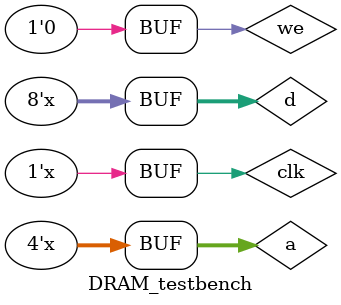
<source format=v>
`timescale 1ns / 1ps
module DRAM_testbench();
    reg [3:0] a;
    reg [7:0] d;
    reg clk;
    reg we;
    wire [7:0] spo;
    DRAM DRAM (
    .a(a),      // input wire [3 : 0] a
    .d(d),      // input wire [7 : 0] d
    .clk(clk),  // input wire clk
    .we(we),    // input wire we
    .spo(spo)  // output wire [7 : 0] spo
    );
    initial begin
        clk=0;
        we=1;
        a=0;
        d=1;
        #800 we=0;
    end
    always #5 clk=~clk;
    always #50 a=a+1;
    always #50 d=d+2;
endmodule

</source>
